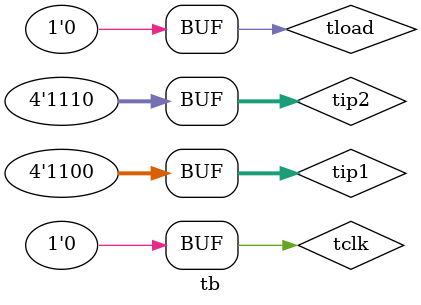
<source format=v>
module l7q3(input [3:0] ip1,ip2,output [7:0] op,input load,clk);

reg [8:0] prod=9'd0;
wire [3:0]t1;
wire [1:0]sel;

assign t1=(~ip1)+1'b1;
assign sel={prod[1],prod[0]};
assign op=prod[8:1];

always @ (posedge clk)
begin
if (load==1'b1)
prod={4'd0,ip2,1'd0};

else
case(sel)
2'b00:begin
      prod={prod[8],prod[8:1]};
      end
2'b01: begin
       prod=prod+{ip1,5'd0};
       prod={prod[8],prod[8:1]};
       end
2'b10:begin
      prod=prod+{t1,5'd0};
       prod={prod[8],prod[8:1]};
      end
2'b11: begin
      prod={prod[8],prod[8:1]};
      end
endcase
end
endmodule
//======================= TB ============================//
module tb;

reg [3:0] tip1,tip2;
reg tload,tclk;
wire [7:0]top;

l7q3 t0(tip1,tip2,top,tload,tclk);

always
begin
tclk=1'b1;
#5
tclk=1'b0;
#5;
end
initial
begin
tip1=4'd12;
tip2=4'd11;
tload=1'b1;
#10

tip1=4'd12;
tip2=4'd11;
tload=1'b0;
#50

tip1=4'd13;
tip2=4'd9;
tload=1'b1;
#10

tip1=4'd13;
tip2=4'd9;
tload=1'b0;
#50

tip1=4'd12;
tip2=4'd14;
tload=1'b1;
#10

tip1=4'd12;
tip2=4'd14;
tload=1'b0;
#50;
end
endmodule












	  



</source>
